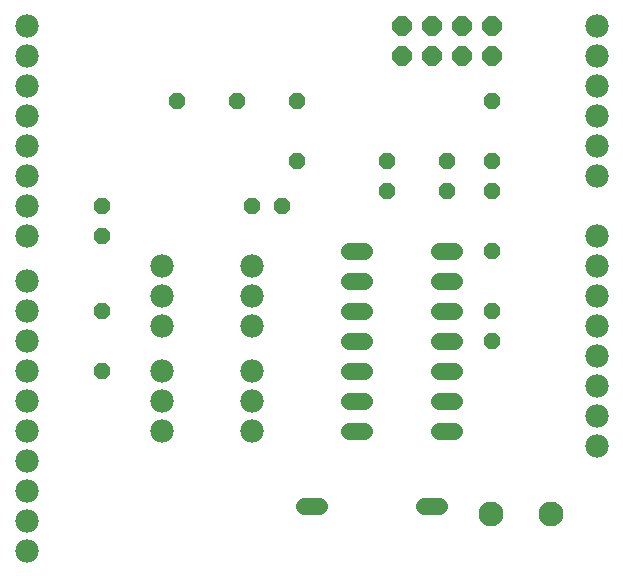
<source format=gbs>
G75*
%MOIN*%
%OFA0B0*%
%FSLAX25Y25*%
%IPPOS*%
%LPD*%
%AMOC8*
5,1,8,0,0,1.08239X$1,22.5*
%
%ADD10C,0.05600*%
%ADD11C,0.07800*%
%ADD12OC8,0.06400*%
%ADD13OC8,0.05600*%
%ADD14C,0.08274*%
D10*
X0144995Y0117524D02*
X0150195Y0117524D01*
X0159995Y0142524D02*
X0165195Y0142524D01*
X0165195Y0152524D02*
X0159995Y0152524D01*
X0159995Y0162524D02*
X0165195Y0162524D01*
X0165195Y0172524D02*
X0159995Y0172524D01*
X0159995Y0182524D02*
X0165195Y0182524D01*
X0165195Y0192524D02*
X0159995Y0192524D01*
X0159995Y0202524D02*
X0165195Y0202524D01*
X0189995Y0202524D02*
X0195195Y0202524D01*
X0195195Y0192524D02*
X0189995Y0192524D01*
X0189995Y0182524D02*
X0195195Y0182524D01*
X0195195Y0172524D02*
X0189995Y0172524D01*
X0189995Y0162524D02*
X0195195Y0162524D01*
X0195195Y0152524D02*
X0189995Y0152524D01*
X0189995Y0142524D02*
X0195195Y0142524D01*
X0190195Y0117524D02*
X0184995Y0117524D01*
D11*
X0052595Y0102524D03*
X0052595Y0112524D03*
X0052595Y0122524D03*
X0052595Y0132524D03*
X0052595Y0142524D03*
X0052595Y0152524D03*
X0052595Y0162524D03*
X0052595Y0172524D03*
X0052595Y0182524D03*
X0052595Y0192524D03*
X0052595Y0207524D03*
X0052595Y0217524D03*
X0052595Y0227524D03*
X0052595Y0237524D03*
X0052595Y0247524D03*
X0052595Y0257524D03*
X0052595Y0267524D03*
X0052595Y0277524D03*
X0097595Y0197524D03*
X0097595Y0187524D03*
X0097595Y0177524D03*
X0097595Y0162524D03*
X0097595Y0152524D03*
X0097595Y0142524D03*
X0127595Y0142524D03*
X0127595Y0152524D03*
X0127595Y0162524D03*
X0127595Y0177524D03*
X0127595Y0187524D03*
X0127595Y0197524D03*
X0242595Y0197524D03*
X0242595Y0207524D03*
X0242595Y0227524D03*
X0242595Y0237524D03*
X0242595Y0247524D03*
X0242595Y0257524D03*
X0242595Y0267524D03*
X0242595Y0277524D03*
X0242595Y0187524D03*
X0242595Y0177524D03*
X0242595Y0167524D03*
X0242595Y0157524D03*
X0242595Y0147524D03*
X0242595Y0137524D03*
D12*
X0207595Y0267524D03*
X0207595Y0277524D03*
X0197595Y0277524D03*
X0197595Y0267524D03*
X0187595Y0267524D03*
X0187595Y0277524D03*
X0177595Y0277524D03*
X0177595Y0267524D03*
D13*
X0172595Y0232524D03*
X0172595Y0222524D03*
X0192595Y0222524D03*
X0192595Y0232524D03*
X0207595Y0232524D03*
X0207595Y0222524D03*
X0207595Y0202524D03*
X0207595Y0182524D03*
X0207595Y0172524D03*
X0207595Y0252524D03*
X0142595Y0252524D03*
X0142595Y0232524D03*
X0137595Y0217524D03*
X0127595Y0217524D03*
X0122595Y0252524D03*
X0102595Y0252524D03*
X0077595Y0217524D03*
X0077595Y0207524D03*
X0077595Y0182524D03*
X0077595Y0162524D03*
D14*
X0207512Y0114622D03*
X0227512Y0114622D03*
M02*

</source>
